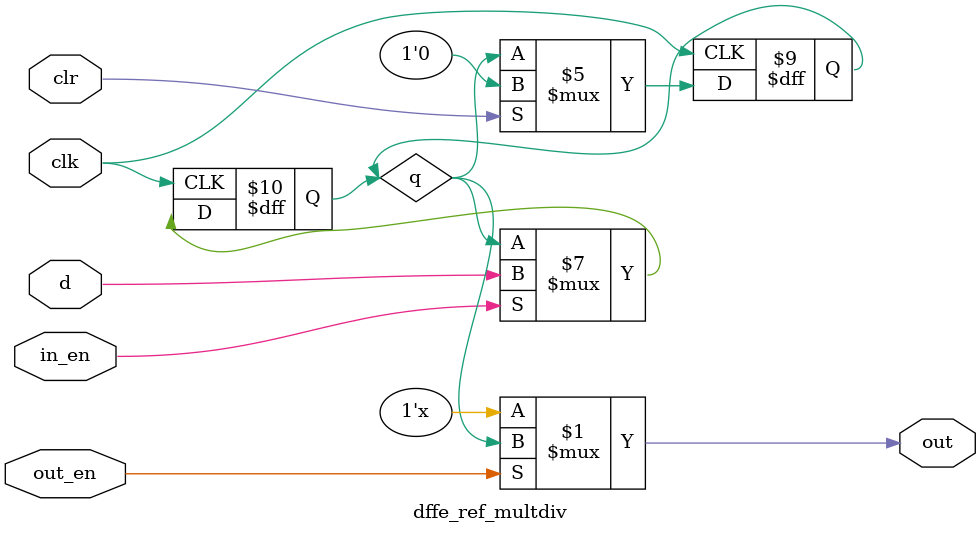
<source format=v>
module dffe_ref_multdiv (out,d,clk,in_en,out_en,clr);
   
   //Inputs
   input d, clk, in_en, out_en, clr;
   
   //Output
   output out;
   //tri-state buffer. two outs, one for each read port;
   assign out = out_en ? q:1'bz;

   //Register
   reg q;

   //Intialize q to 0
   initial
   begin
       q = 1'b0;
   end

   //Set value of q on positive edge of the clock or clear
   always @(posedge clk) begin
        if (in_en) begin
           q <= d;
       end
   end
   always @(negedge clk) begin
        if (clr) begin
            q <= 1'b0;
        end
    end
endmodule
</source>
